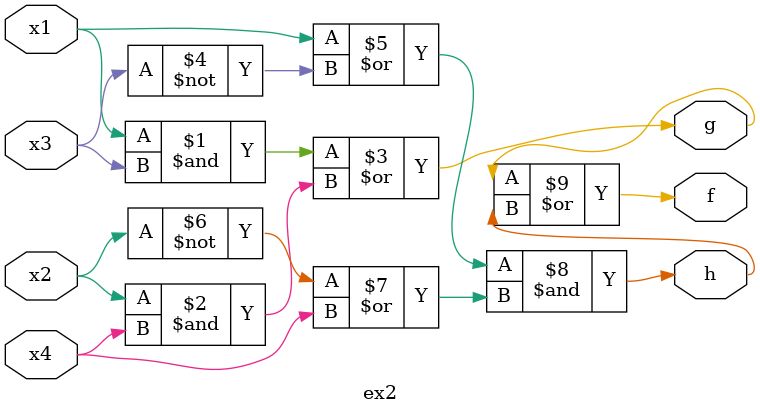
<source format=v>
module ex2(x1, x2, x3, x4, f, g, h);
input x1, x2, x3, x4;
output f,g,h;
assign g = (x1 & x3) | (x2 & x4);
assign h=(x1 | ~x3) & (~x2 | x4);
assign f=g|h;
endmodule

</source>
